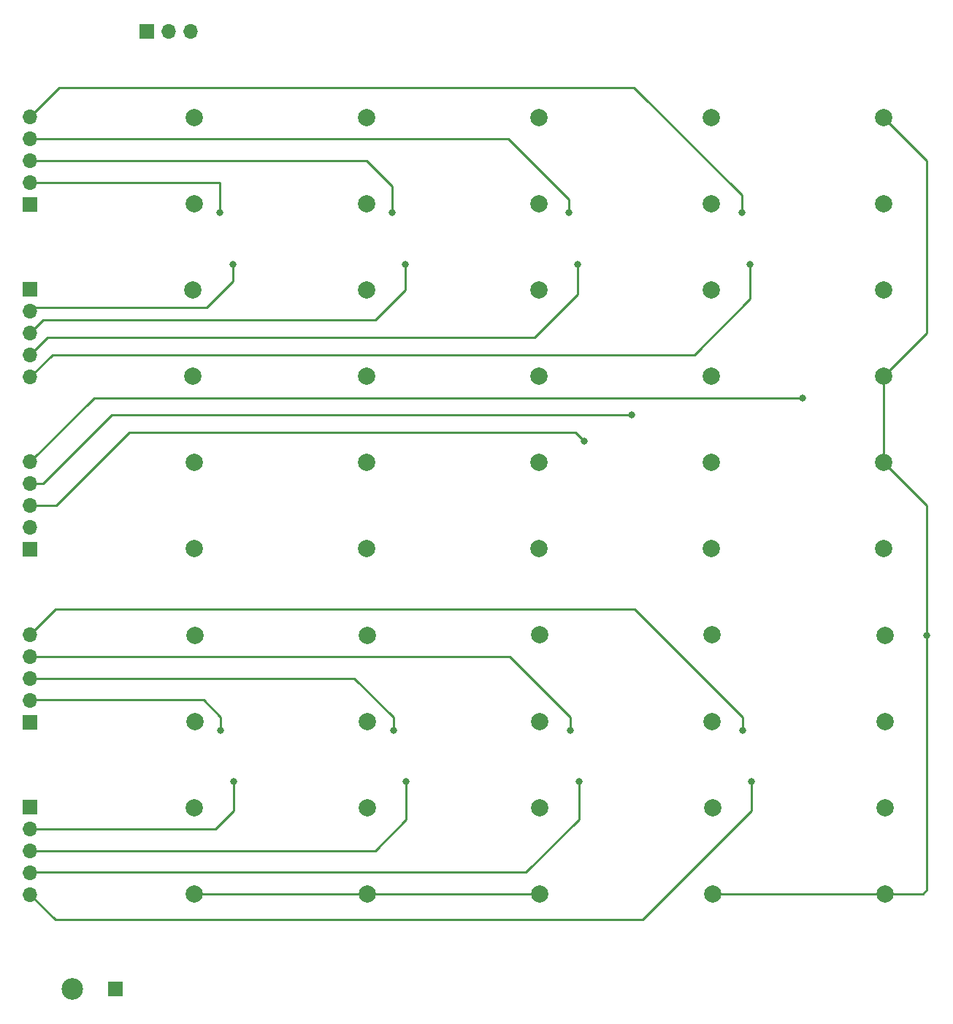
<source format=gbr>
%TF.GenerationSoftware,KiCad,Pcbnew,(6.0.4)*%
%TF.CreationDate,2022-05-01T19:30:29-04:00*%
%TF.ProjectId,ultrasonic,756c7472-6173-46f6-9e69-632e6b696361,rev?*%
%TF.SameCoordinates,Original*%
%TF.FileFunction,Copper,L2,Bot*%
%TF.FilePolarity,Positive*%
%FSLAX46Y46*%
G04 Gerber Fmt 4.6, Leading zero omitted, Abs format (unit mm)*
G04 Created by KiCad (PCBNEW (6.0.4)) date 2022-05-01 19:30:29*
%MOMM*%
%LPD*%
G01*
G04 APERTURE LIST*
%TA.AperFunction,ComponentPad*%
%ADD10R,1.700000X1.700000*%
%TD*%
%TA.AperFunction,ComponentPad*%
%ADD11O,1.700000X1.700000*%
%TD*%
%TA.AperFunction,ComponentPad*%
%ADD12C,2.500000*%
%TD*%
%TA.AperFunction,ComponentPad*%
%ADD13C,2.000000*%
%TD*%
%TA.AperFunction,ViaPad*%
%ADD14C,0.800000*%
%TD*%
%TA.AperFunction,Conductor*%
%ADD15C,0.250000*%
%TD*%
G04 APERTURE END LIST*
D10*
%TO.P,REF\u002A\u002A,1*%
%TO.N,N/C*%
X79500000Y-45000000D03*
D11*
%TO.P,REF\u002A\u002A,2*%
X82040000Y-45000000D03*
%TO.P,REF\u002A\u002A,3*%
X84580000Y-45000000D03*
%TD*%
D12*
%TO.P,REF\u002A\u002A,1*%
%TO.N,N/C*%
X70904762Y-156000000D03*
%TD*%
D10*
%TO.P,REF\u002A\u002A,1*%
%TO.N,N/C*%
X75904762Y-156000000D03*
%TD*%
D11*
%TO.P,REF\u002A\u002A,5*%
%TO.N,N/C*%
X66000000Y-145085000D03*
%TO.P,REF\u002A\u002A,4*%
X66000000Y-142545000D03*
%TO.P,REF\u002A\u002A,3*%
X66000000Y-140005000D03*
%TO.P,REF\u002A\u002A,2*%
X66000000Y-137465000D03*
D10*
%TO.P,REF\u002A\u002A,1*%
X66000000Y-134925000D03*
%TD*%
%TO.P,REF\u002A\u002A,1*%
%TO.N,N/C*%
X66000000Y-125075000D03*
D11*
%TO.P,REF\u002A\u002A,2*%
X66000000Y-122535000D03*
%TO.P,REF\u002A\u002A,3*%
X66000000Y-119995000D03*
%TO.P,REF\u002A\u002A,4*%
X66000000Y-117455000D03*
%TO.P,REF\u002A\u002A,5*%
X66000000Y-114915000D03*
%TD*%
%TO.P,REF\u002A\u002A,5*%
%TO.N,N/C*%
X66000000Y-94915000D03*
%TO.P,REF\u002A\u002A,4*%
X66000000Y-97455000D03*
%TO.P,REF\u002A\u002A,3*%
X66000000Y-99995000D03*
%TO.P,REF\u002A\u002A,2*%
X66000000Y-102535000D03*
D10*
%TO.P,REF\u002A\u002A,1*%
X66000000Y-105075000D03*
%TD*%
D11*
%TO.P,REF\u002A\u002A,5*%
%TO.N,N/C*%
X66000000Y-85085000D03*
%TO.P,REF\u002A\u002A,4*%
X66000000Y-82545000D03*
%TO.P,REF\u002A\u002A,3*%
X66000000Y-80005000D03*
%TO.P,REF\u002A\u002A,2*%
X66000000Y-77465000D03*
D10*
%TO.P,REF\u002A\u002A,1*%
X66000000Y-74925000D03*
%TD*%
D11*
%TO.P,REF\u002A\u002A,5*%
%TO.N,N/C*%
X66000000Y-54915000D03*
%TO.P,REF\u002A\u002A,4*%
X66000000Y-57455000D03*
%TO.P,REF\u002A\u002A,3*%
X66000000Y-59995000D03*
%TO.P,REF\u002A\u002A,2*%
X66000000Y-62535000D03*
D10*
%TO.P,REF\u002A\u002A,1*%
X66000000Y-65075000D03*
%TD*%
D13*
%TO.P,REF\u002A\u002A,1*%
%TO.N,N/C*%
X145121247Y-135000001D03*
%TO.P,REF\u002A\u002A,2*%
X145121247Y-145000001D03*
%TD*%
%TO.P,REF\u002A\u002A,2*%
%TO.N,N/C*%
X145109876Y-124988630D03*
%TO.P,REF\u002A\u002A,1*%
X145109876Y-114988630D03*
%TD*%
%TO.P,REF\u002A\u002A,2*%
%TO.N,N/C*%
X125121247Y-145000001D03*
%TO.P,REF\u002A\u002A,1*%
X125121247Y-135000001D03*
%TD*%
%TO.P,REF\u002A\u002A,2*%
%TO.N,N/C*%
X85121247Y-125000001D03*
%TO.P,REF\u002A\u002A,1*%
X85121247Y-115000001D03*
%TD*%
%TO.P,REF\u002A\u002A,1*%
%TO.N,N/C*%
X85000000Y-135000000D03*
%TO.P,REF\u002A\u002A,2*%
X85000000Y-145000000D03*
%TD*%
%TO.P,REF\u002A\u002A,1*%
%TO.N,N/C*%
X105121247Y-135000001D03*
%TO.P,REF\u002A\u002A,2*%
X105121247Y-145000001D03*
%TD*%
%TO.P,REF\u002A\u002A,1*%
%TO.N,N/C*%
X165121247Y-135000001D03*
%TO.P,REF\u002A\u002A,2*%
X165121247Y-145000001D03*
%TD*%
%TO.P,REF\u002A\u002A,2*%
%TO.N,N/C*%
X105121247Y-125000001D03*
%TO.P,REF\u002A\u002A,1*%
X105121247Y-115000001D03*
%TD*%
%TO.P,REF\u002A\u002A,2*%
%TO.N,N/C*%
X165121247Y-125000001D03*
%TO.P,REF\u002A\u002A,1*%
X165121247Y-115000001D03*
%TD*%
%TO.P,REF\u002A\u002A,1*%
%TO.N,N/C*%
X125104191Y-114988630D03*
%TO.P,REF\u002A\u002A,2*%
X125104191Y-124988630D03*
%TD*%
%TO.P,REF\u002A\u002A,1*%
%TO.N,N/C*%
X144988629Y-94988629D03*
%TO.P,REF\u002A\u002A,2*%
X144988629Y-104988629D03*
%TD*%
%TO.P,REF\u002A\u002A,1*%
%TO.N,N/C*%
X105000000Y-95000000D03*
%TO.P,REF\u002A\u002A,2*%
X105000000Y-105000000D03*
%TD*%
%TO.P,REF\u002A\u002A,1*%
%TO.N,N/C*%
X85000000Y-95000000D03*
%TO.P,REF\u002A\u002A,2*%
X85000000Y-105000000D03*
%TD*%
%TO.P,REF\u002A\u002A,2*%
%TO.N,N/C*%
X124982944Y-104988629D03*
%TO.P,REF\u002A\u002A,1*%
X124982944Y-94988629D03*
%TD*%
%TO.P,REF\u002A\u002A,1*%
%TO.N,N/C*%
X165000000Y-95000000D03*
%TO.P,REF\u002A\u002A,2*%
X165000000Y-105000000D03*
%TD*%
%TO.P,REF\u002A\u002A,1*%
%TO.N,N/C*%
X124982944Y-54988629D03*
%TO.P,REF\u002A\u002A,2*%
X124982944Y-64988629D03*
%TD*%
%TO.P,REF\u002A\u002A,2*%
%TO.N,N/C*%
X165000000Y-65000000D03*
%TO.P,REF\u002A\u002A,1*%
X165000000Y-55000000D03*
%TD*%
%TO.P,REF\u002A\u002A,2*%
%TO.N,N/C*%
X144988629Y-64988629D03*
%TO.P,REF\u002A\u002A,1*%
X144988629Y-54988629D03*
%TD*%
%TO.P,REF\u002A\u002A,2*%
%TO.N,N/C*%
X145000000Y-85000000D03*
%TO.P,REF\u002A\u002A,1*%
X145000000Y-75000000D03*
%TD*%
%TO.P,REF\u002A\u002A,1*%
%TO.N,N/C*%
X125000000Y-75000000D03*
%TO.P,REF\u002A\u002A,2*%
X125000000Y-85000000D03*
%TD*%
%TO.P,REF\u002A\u002A,2*%
%TO.N,N/C*%
X85000000Y-65000000D03*
%TO.P,REF\u002A\u002A,1*%
X85000000Y-55000000D03*
%TD*%
%TO.P,REF\u002A\u002A,2*%
%TO.N,N/C*%
X105000000Y-85000000D03*
%TO.P,REF\u002A\u002A,1*%
X105000000Y-75000000D03*
%TD*%
%TO.P,REF\u002A\u002A,2*%
%TO.N,N/C*%
X165000000Y-85000000D03*
%TO.P,REF\u002A\u002A,1*%
X165000000Y-75000000D03*
%TD*%
%TO.P,REF\u002A\u002A,2*%
%TO.N,N/C*%
X105000000Y-65000000D03*
%TO.P,REF\u002A\u002A,1*%
X105000000Y-55000000D03*
%TD*%
%TO.P,REF\u002A\u002A,2*%
%TO.N,N/C*%
X84878753Y-84999999D03*
%TO.P,REF\u002A\u002A,1*%
X84878753Y-74999999D03*
%TD*%
D14*
%TO.N,*%
X155600000Y-87500000D03*
X135750000Y-89500000D03*
X130250000Y-92500000D03*
X170000000Y-115000000D03*
X129621247Y-132000001D03*
X149621247Y-132000001D03*
X109621247Y-132000001D03*
X89621247Y-132000001D03*
X148621247Y-126000001D03*
X108121247Y-126000001D03*
X128621247Y-126000001D03*
X88121247Y-126000001D03*
X149500000Y-72000000D03*
X129500000Y-72000000D03*
X109500000Y-72000000D03*
X89500000Y-72000000D03*
X148500000Y-66000000D03*
X128500000Y-66000000D03*
X108000000Y-66000000D03*
X88000000Y-66000000D03*
%TD*%
D15*
%TO.N,*%
X145121247Y-145000001D02*
X165121247Y-145000001D01*
X105121247Y-145000001D02*
X125121247Y-145000001D01*
X85000000Y-145000000D02*
X105121247Y-145000001D01*
X165121247Y-145000001D02*
X169499999Y-145000001D01*
X169499999Y-145000001D02*
X170000000Y-144500000D01*
X170000000Y-60000000D02*
X165000000Y-55000000D01*
X165000000Y-85000000D02*
X170000000Y-80000000D01*
X170000000Y-80000000D02*
X170000000Y-60000000D01*
X86500000Y-77000000D02*
X66465000Y-77000000D01*
X89500000Y-74000000D02*
X86500000Y-77000000D01*
X89500000Y-72000000D02*
X89500000Y-74000000D01*
X66465000Y-77000000D02*
X66000000Y-77465000D01*
X67005000Y-59995000D02*
X66000000Y-59995000D01*
X67010000Y-59990000D02*
X67005000Y-59995000D01*
X67010000Y-59990000D02*
X67000000Y-59990000D01*
X104990000Y-59990000D02*
X67010000Y-59990000D01*
X67545000Y-97455000D02*
X66000000Y-97455000D01*
X75500000Y-89500000D02*
X67545000Y-97455000D01*
X135750000Y-89500000D02*
X75500000Y-89500000D01*
X69005000Y-99995000D02*
X66000000Y-99995000D01*
X77500000Y-91500000D02*
X69005000Y-99995000D01*
X129250000Y-91500000D02*
X77500000Y-91500000D01*
X130250000Y-92500000D02*
X129250000Y-91500000D01*
X73415000Y-87500000D02*
X66000000Y-94915000D01*
X155600000Y-87500000D02*
X73415000Y-87500000D01*
X66045000Y-142500000D02*
X66000000Y-142545000D01*
X129621247Y-136378753D02*
X123500000Y-142500000D01*
X123500000Y-142500000D02*
X66045000Y-142500000D01*
X129621247Y-132000001D02*
X129621247Y-136378753D01*
X137000000Y-148000000D02*
X68915000Y-148000000D01*
X149621247Y-135378753D02*
X137000000Y-148000000D01*
X68915000Y-148000000D02*
X66000000Y-145085000D01*
X149621247Y-132000001D02*
X149621247Y-135378753D01*
X109621247Y-136378753D02*
X105995000Y-140005000D01*
X105995000Y-140005000D02*
X66000000Y-140005000D01*
X109621247Y-132000001D02*
X109621247Y-136378753D01*
X66035000Y-137500000D02*
X66000000Y-137465000D01*
X87500000Y-137500000D02*
X66035000Y-137500000D01*
X89621247Y-135378753D02*
X87500000Y-137500000D01*
X89621247Y-132000001D02*
X89621247Y-135378753D01*
X66045000Y-117500000D02*
X66000000Y-117455000D01*
X128621247Y-124500001D02*
X121621246Y-117500000D01*
X121621246Y-117500000D02*
X66045000Y-117500000D01*
X128621247Y-126000001D02*
X128621247Y-124500001D01*
X68915000Y-112000000D02*
X66000000Y-114915000D01*
X136121246Y-112000000D02*
X68915000Y-112000000D01*
X148621247Y-124500001D02*
X136121246Y-112000000D01*
X148621247Y-126000001D02*
X148621247Y-124500001D01*
X103606248Y-119995000D02*
X66000000Y-119995000D01*
X103611247Y-119990001D02*
X103606248Y-119995000D01*
X66035000Y-122500000D02*
X66000000Y-122535000D01*
X86121246Y-122500000D02*
X66035000Y-122500000D01*
X88121247Y-126000001D02*
X88121247Y-124500001D01*
X88121247Y-124500001D02*
X86121246Y-122500000D01*
X68585000Y-82500000D02*
X66000000Y-85085000D01*
X143000000Y-82500000D02*
X68585000Y-82500000D01*
X149500000Y-72000000D02*
X149500000Y-76000000D01*
X149500000Y-76000000D02*
X143000000Y-82500000D01*
X67505000Y-78500000D02*
X66000000Y-80005000D01*
X106000000Y-78500000D02*
X67505000Y-78500000D01*
X109500000Y-75000000D02*
X106000000Y-78500000D01*
X109500000Y-72000000D02*
X109500000Y-75000000D01*
X68045000Y-80500000D02*
X66000000Y-82545000D01*
X124500000Y-80500000D02*
X68045000Y-80500000D01*
X129500000Y-75500000D02*
X124500000Y-80500000D01*
X129500000Y-72000000D02*
X129500000Y-75500000D01*
X108000000Y-63000000D02*
X104990000Y-59990000D01*
X108000000Y-66000000D02*
X108000000Y-63000000D01*
X88000000Y-62535000D02*
X66000000Y-62535000D01*
X88000000Y-66000000D02*
X88000000Y-62535000D01*
X121455000Y-57455000D02*
X66000000Y-57455000D01*
X128500000Y-64500000D02*
X121455000Y-57455000D01*
X128500000Y-66000000D02*
X128500000Y-64500000D01*
X69415000Y-51500000D02*
X66000000Y-54915000D01*
X136000000Y-51500000D02*
X69415000Y-51500000D01*
X148500000Y-64000000D02*
X136000000Y-51500000D01*
X148500000Y-66000000D02*
X148500000Y-64000000D01*
X165000000Y-95000000D02*
X165000000Y-85000000D01*
X170000000Y-100000000D02*
X165000000Y-95000000D01*
X170000000Y-115000000D02*
X170000000Y-100000000D01*
X170000000Y-115000000D02*
X170000000Y-144500000D01*
X108121247Y-124500001D02*
X103611247Y-119990001D01*
X108121247Y-126000001D02*
X108121247Y-124500001D01*
%TD*%
M02*

</source>
